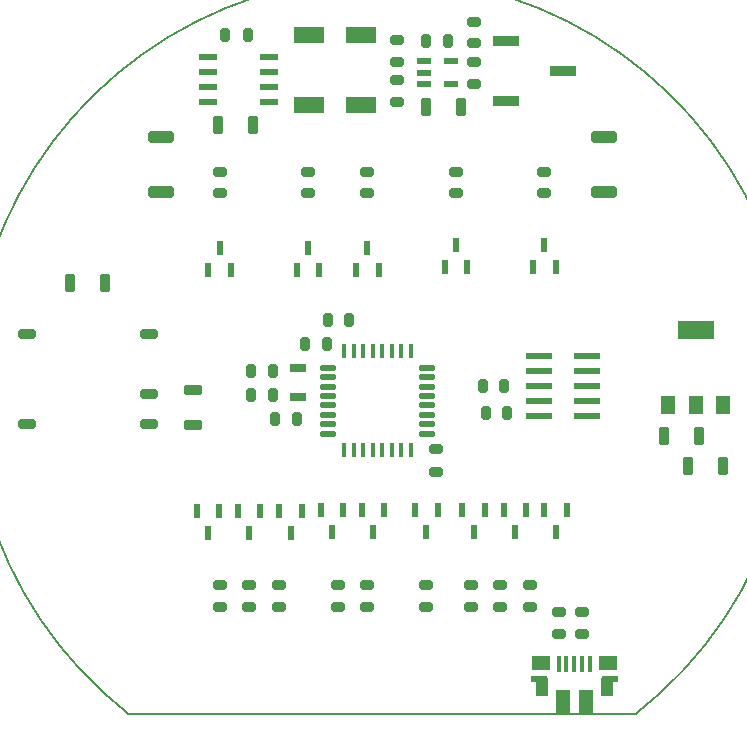
<source format=gtp>
G04 #@! TF.GenerationSoftware,KiCad,Pcbnew,7.0.7-7.0.7~ubuntu22.04.1*
G04 #@! TF.CreationDate,2023-10-29T13:36:20+01:00*
G04 #@! TF.ProjectId,vfd1,76666431-2e6b-4696-9361-645f70636258,rev?*
G04 #@! TF.SameCoordinates,Original*
G04 #@! TF.FileFunction,Paste,Top*
G04 #@! TF.FilePolarity,Positive*
%FSLAX46Y46*%
G04 Gerber Fmt 4.6, Leading zero omitted, Abs format (unit mm)*
G04 Created by KiCad (PCBNEW 7.0.7-7.0.7~ubuntu22.04.1) date 2023-10-29 13:36:20*
%MOMM*%
%LPD*%
G01*
G04 APERTURE LIST*
G04 Aperture macros list*
%AMRoundRect*
0 Rectangle with rounded corners*
0 $1 Rounding radius*
0 $2 $3 $4 $5 $6 $7 $8 $9 X,Y pos of 4 corners*
0 Add a 4 corners polygon primitive as box body*
4,1,4,$2,$3,$4,$5,$6,$7,$8,$9,$2,$3,0*
0 Add four circle primitives for the rounded corners*
1,1,$1+$1,$2,$3*
1,1,$1+$1,$4,$5*
1,1,$1+$1,$6,$7*
1,1,$1+$1,$8,$9*
0 Add four rect primitives between the rounded corners*
20,1,$1+$1,$2,$3,$4,$5,0*
20,1,$1+$1,$4,$5,$6,$7,0*
20,1,$1+$1,$6,$7,$8,$9,0*
20,1,$1+$1,$8,$9,$2,$3,0*%
G04 Aperture macros list end*
%ADD10RoundRect,0.150000X0.250000X0.430000X-0.250000X0.430000X-0.250000X-0.430000X0.250000X-0.430000X0*%
%ADD11RoundRect,0.147500X-0.412500X0.262500X-0.412500X-0.262500X0.412500X-0.262500X0.412500X0.262500X0*%
%ADD12RoundRect,0.147500X0.412500X-0.262500X0.412500X0.262500X-0.412500X0.262500X-0.412500X-0.262500X0*%
%ADD13RoundRect,0.000000X-1.200000X-0.640000X1.200000X-0.640000X1.200000X0.640000X-1.200000X0.640000X0*%
%ADD14R,2.208000X0.520000*%
%ADD15RoundRect,0.002500X-0.237500X0.587500X-0.237500X-0.587500X0.237500X-0.587500X0.237500X0.587500X0*%
%ADD16RoundRect,0.002500X0.237500X-0.587500X0.237500X0.587500X-0.237500X0.587500X-0.237500X-0.587500X0*%
%ADD17R,1.440000X0.800000*%
%ADD18RoundRect,0.135000X-0.325000X-0.585000X0.325000X-0.585000X0.325000X0.585000X-0.325000X0.585000X0*%
%ADD19RoundRect,0.150000X-0.250000X-0.430000X0.250000X-0.430000X0.250000X0.430000X-0.250000X0.430000X0*%
%ADD20RoundRect,0.017500X-0.512500X-0.222500X0.512500X-0.222500X0.512500X0.222500X-0.512500X0.222500X0*%
%ADD21RoundRect,0.150000X-0.590000X0.250000X-0.590000X-0.250000X0.590000X-0.250000X0.590000X0.250000X0*%
%ADD22R,1.200000X1.600000*%
%ADD23R,3.040000X1.600000*%
%ADD24RoundRect,0.000000X-0.700000X-0.240000X0.700000X-0.240000X0.700000X0.240000X-0.700000X0.240000X0*%
%ADD25RoundRect,0.127500X-0.932500X0.362500X-0.932500X-0.362500X0.932500X-0.362500X0.932500X0.362500X0*%
%ADD26R,0.320000X1.320000*%
%ADD27R,1.460000X0.560000*%
%ADD28R,1.600000X1.200000*%
%ADD29R,1.080000X1.600000*%
%ADD30R,1.144000X2.000000*%
%ADD31RoundRect,0.147500X0.262500X0.412500X-0.262500X0.412500X-0.262500X-0.412500X0.262500X-0.412500X0*%
%ADD32RoundRect,0.150000X-0.430000X0.250000X-0.430000X-0.250000X0.430000X-0.250000X0.430000X0.250000X0*%
%ADD33RoundRect,0.135000X0.585000X-0.325000X0.585000X0.325000X-0.585000X0.325000X-0.585000X-0.325000X0*%
%ADD34RoundRect,0.147500X-0.262500X-0.412500X0.262500X-0.412500X0.262500X0.412500X-0.262500X0.412500X0*%
%ADD35RoundRect,0.135000X0.325000X0.585000X-0.325000X0.585000X-0.325000X-0.585000X0.325000X-0.585000X0*%
%ADD36RoundRect,0.000000X-0.600000X-0.200000X0.600000X-0.200000X0.600000X0.200000X-0.600000X0.200000X0*%
%ADD37RoundRect,0.075000X-0.125000X-0.525000X0.125000X-0.525000X0.125000X0.525000X-0.125000X0.525000X0*%
%ADD38R,2.232000X0.952000*%
G04 #@! TA.AperFunction,Profile*
%ADD39C,0.150000*%
G04 #@! TD*
G04 APERTURE END LIST*
D10*
X177625000Y-41000000D03*
X175725000Y-41000000D03*
D11*
X204000000Y-89887500D03*
X204000000Y-91712500D03*
D12*
X175250000Y-54412500D03*
X175250000Y-52587500D03*
D13*
X182825000Y-41000000D03*
X187225000Y-41000000D03*
D12*
X190225000Y-43300000D03*
X190225000Y-41475000D03*
D14*
X206312200Y-73228200D03*
X202272200Y-73228200D03*
X206312200Y-71958200D03*
X202272200Y-71958200D03*
X206312200Y-70688200D03*
X202272200Y-70688200D03*
X206312200Y-69418200D03*
X202272200Y-69418200D03*
X206312200Y-68148200D03*
X202272200Y-68148200D03*
D15*
X193700000Y-81250000D03*
X191800000Y-81250000D03*
X192750000Y-83125000D03*
X204650000Y-81250000D03*
X202750000Y-81250000D03*
X203700000Y-83125000D03*
D16*
X174300000Y-60937500D03*
X176200000Y-60937500D03*
X175250000Y-59062500D03*
D10*
X181800000Y-73500000D03*
X179900000Y-73500000D03*
D17*
X181898000Y-71696000D03*
X181898000Y-69196000D03*
D11*
X201500000Y-87587500D03*
X201500000Y-89412500D03*
D18*
X175150000Y-48600000D03*
X178100000Y-48600000D03*
D15*
X189200000Y-81250000D03*
X187300000Y-81250000D03*
X188250000Y-83125000D03*
D19*
X182438000Y-67144000D03*
X184338000Y-67144000D03*
D20*
X192587500Y-43250000D03*
X192587500Y-44200000D03*
X192587500Y-45150000D03*
X194862500Y-45150000D03*
X194862500Y-43250000D03*
D21*
X169300000Y-73910000D03*
X169300000Y-71370000D03*
X169300000Y-66290000D03*
X158900000Y-66290000D03*
X158900000Y-73910000D03*
D22*
X213246000Y-72308000D03*
X215546000Y-72308000D03*
D23*
X215546000Y-66008000D03*
D22*
X217846000Y-72308000D03*
D12*
X187750000Y-54412500D03*
X187750000Y-52587500D03*
D24*
X174237500Y-42845000D03*
X174237500Y-44115000D03*
X174237500Y-45385000D03*
X174237500Y-46655000D03*
X179387500Y-46655000D03*
X179387500Y-45385000D03*
X179387500Y-44115000D03*
X179387500Y-42845000D03*
D25*
X207750000Y-49687500D03*
X207750000Y-54312500D03*
D11*
X180250000Y-87587500D03*
X180250000Y-89412500D03*
D12*
X190225000Y-46687500D03*
X190225000Y-44862500D03*
D11*
X185250000Y-87587500D03*
X185250000Y-89412500D03*
D15*
X197700000Y-81250000D03*
X195800000Y-81250000D03*
X196750000Y-83125000D03*
X178700000Y-81312500D03*
X176800000Y-81312500D03*
X177750000Y-83187500D03*
D26*
X203965000Y-94295000D03*
X204615000Y-94295000D03*
X205265000Y-94295000D03*
X205915000Y-94295000D03*
X206565000Y-94295000D03*
D27*
X202315000Y-95495000D03*
D28*
X202415000Y-94195000D03*
D29*
X202535000Y-96245000D03*
D30*
X204305000Y-97445000D03*
X206225000Y-97445000D03*
D29*
X208015000Y-96245000D03*
D28*
X208165000Y-94175000D03*
D27*
X208265000Y-95495000D03*
D31*
X199593200Y-72974200D03*
X197768200Y-72974200D03*
D32*
X193548000Y-76100000D03*
X193548000Y-78000000D03*
D15*
X182200000Y-81312500D03*
X180300000Y-81312500D03*
X181250000Y-83187500D03*
D11*
X199000000Y-87587500D03*
X199000000Y-89412500D03*
D12*
X195250000Y-54412500D03*
X195250000Y-52587500D03*
D33*
X173000000Y-74000000D03*
X173000000Y-71050000D03*
D34*
X184396500Y-65112000D03*
X186221500Y-65112000D03*
D13*
X182825000Y-46900000D03*
X187225000Y-46900000D03*
D11*
X175250000Y-87587500D03*
X175250000Y-89412500D03*
X192750000Y-87587500D03*
X192750000Y-89412500D03*
D19*
X177900000Y-71462000D03*
X179800000Y-71462000D03*
D35*
X165500000Y-62000000D03*
X162550000Y-62000000D03*
D12*
X196800000Y-45125000D03*
X196800000Y-43300000D03*
D10*
X194600000Y-41500000D03*
X192700000Y-41500000D03*
D25*
X170250000Y-49687500D03*
X170250000Y-54312500D03*
D16*
X201800000Y-60687500D03*
X203700000Y-60687500D03*
X202750000Y-58812500D03*
D11*
X205900000Y-89887500D03*
X205900000Y-91712500D03*
X187750000Y-87587500D03*
X187750000Y-89412500D03*
D34*
X197537700Y-70688200D03*
X199362700Y-70688200D03*
D15*
X185700000Y-81250000D03*
X183800000Y-81250000D03*
X184750000Y-83125000D03*
D36*
X184436000Y-69176000D03*
X184436000Y-69976000D03*
X184436000Y-70776000D03*
X184436000Y-71576000D03*
X184436000Y-72376000D03*
X184436000Y-73176000D03*
X184436000Y-73976000D03*
X184436000Y-74776000D03*
D37*
X185811000Y-76151000D03*
X186611000Y-76151000D03*
X187411000Y-76151000D03*
X188211000Y-76151000D03*
X189011000Y-76151000D03*
X189811000Y-76151000D03*
X190611000Y-76151000D03*
X191411000Y-76151000D03*
D36*
X192786000Y-74776000D03*
X192786000Y-73976000D03*
X192786000Y-73176000D03*
X192786000Y-72376000D03*
X192786000Y-71576000D03*
X192786000Y-70776000D03*
X192786000Y-69976000D03*
X192786000Y-69176000D03*
D37*
X191411000Y-67801000D03*
X190611000Y-67801000D03*
X189811000Y-67801000D03*
X189011000Y-67801000D03*
X188211000Y-67801000D03*
X187411000Y-67801000D03*
X186611000Y-67801000D03*
X185811000Y-67801000D03*
D19*
X177900000Y-69430000D03*
X179800000Y-69430000D03*
D15*
X201200000Y-81250000D03*
X199300000Y-81250000D03*
X200250000Y-83125000D03*
D11*
X196500000Y-87587500D03*
X196500000Y-89412500D03*
D12*
X182750000Y-54412500D03*
X182750000Y-52587500D03*
D15*
X175200000Y-81312500D03*
X173300000Y-81312500D03*
X174250000Y-83187500D03*
D16*
X194300000Y-60687500D03*
X196200000Y-60687500D03*
X195250000Y-58812500D03*
X181800000Y-60937500D03*
X183700000Y-60937500D03*
X182750000Y-59062500D03*
D12*
X196800000Y-41712500D03*
X196800000Y-39887500D03*
D16*
X186800000Y-60937500D03*
X188700000Y-60937500D03*
X187750000Y-59062500D03*
D11*
X177750000Y-87587500D03*
X177750000Y-89412500D03*
D38*
X199485000Y-41560000D03*
X204315000Y-44100000D03*
X199485000Y-46640000D03*
D35*
X217832000Y-77540000D03*
X214882000Y-77540000D03*
X215800000Y-75000000D03*
X212850000Y-75000000D03*
D12*
X202750000Y-54412500D03*
X202750000Y-52587500D03*
D18*
X192750000Y-47100000D03*
X195700000Y-47100000D03*
D39*
X210502311Y-98461865D02*
G75*
G03*
X167509630Y-98471210I-21502311J27461865D01*
G01*
X210502311Y-98461866D02*
X167509629Y-98471211D01*
M02*

</source>
